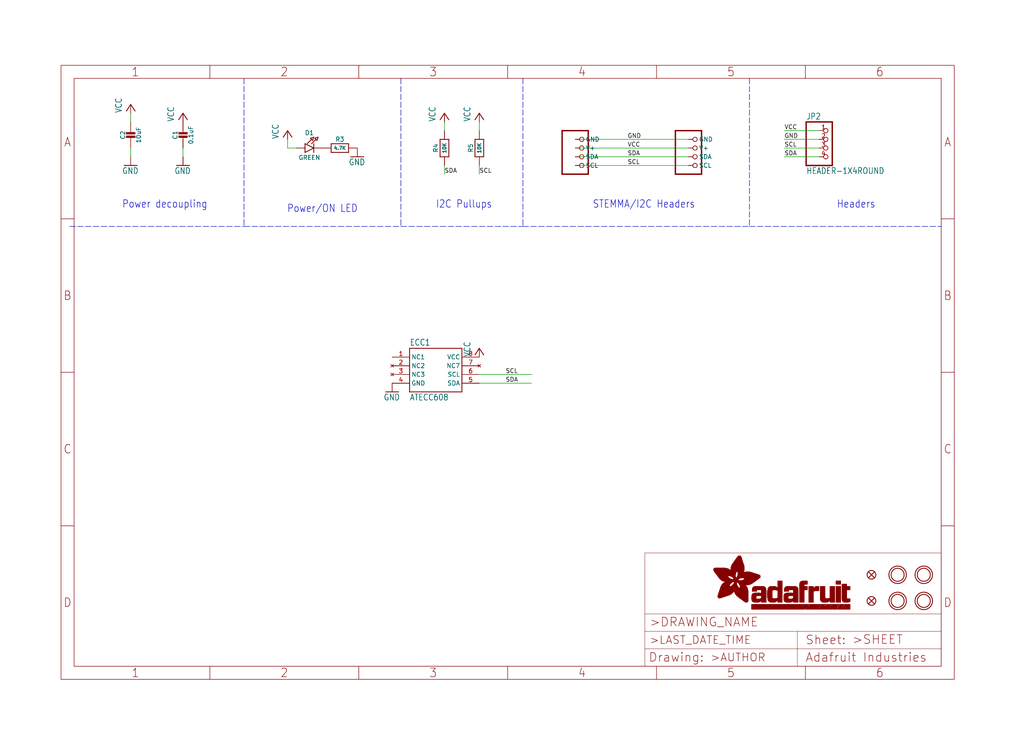
<source format=kicad_sch>
(kicad_sch (version 20211123) (generator eeschema)
  (paper "User" 298.45 217.881)
  (lib_symbols
    (symbol "eagleSchem-eagle-import:ATECC108"
      (property "Reference" "ECC" (at -7.62 5.842 0))
      (property "Value" "ATECC108" (at -7.62 -10.16 0))
      (symbol "ATECC108_1_0"
        (pin bidirectional line (at -12.7 2.54 0) (length 5.08) (name "NC1") (number "1"))
        (pin no_connect line (at -12.7 0 0) (length 5.08) (name "NC2") (number "2"))
        (pin no_connect line (at -12.7 -2.54 0) (length 5.08) (name "NC3") (number "3"))
        (pin power_in line (at -12.7 -5.08 0) (length 5.08) (name "GND") (number "4"))
        (pin bidirectional line (at 12.7 -5.08 180) (length 5.08) (name "SDA") (number "5"))
        (pin bidirectional line (at 12.7 -2.54 180) (length 5.08) (name "SCL") (number "6"))
        (pin no_connect line (at 12.7 0 180) (length 5.08) (name "NC7") (number "7"))
        (pin power_in line (at 12.7 2.54 180) (length 5.08) (name "VCC") (number "8"))
      )
    )
    (symbol "eagleSchem-eagle-import:CAP_CERAMIC0603_NO"
      (property "Reference" "C" (at -2.29 1.25 90))
      (property "Value" "CAP_CERAMIC0603_NO" (at 2.3 1.25 90))
      (symbol "CAP_CERAMIC0603_NO_1_0"
        (pin passive line (at 0 5.08 270) (length 2.54) (name "1") (number "1"))
        (pin passive line (at 0 -2.54 90) (length 2.54) (name "2") (number "2"))
      )
    )
    (symbol "eagleSchem-eagle-import:CAP_CERAMIC0805-NOOUTLINE"
      (property "Reference" "C" (at -2.29 1.25 90))
      (property "Value" "CAP_CERAMIC0805-NOOUTLINE" (at 2.3 1.25 90))
      (symbol "CAP_CERAMIC0805-NOOUTLINE_1_0"
        (pin passive line (at 0 5.08 270) (length 2.54) (name "1") (number "1"))
        (pin passive line (at 0 -2.54 90) (length 2.54) (name "2") (number "2"))
      )
    )
    (symbol "eagleSchem-eagle-import:FIDUCIAL_1MM")
    (symbol "eagleSchem-eagle-import:FRAME_A4_ADAFRUIT"
      (symbol "FRAME_A4_ADAFRUIT_0_0"
        (text "1" (at 21.6958 1.905 0) (effects (font (size 2.54 2.286))))
        (text "1" (at 21.6958 177.165 0) (effects (font (size 2.54 2.286))))
        (text "2" (at 65.0875 1.905 0) (effects (font (size 2.54 2.286))))
        (text "2" (at 65.0875 177.165 0) (effects (font (size 2.54 2.286))))
        (text "3" (at 108.4792 1.905 0) (effects (font (size 2.54 2.286))))
        (text "3" (at 108.4792 177.165 0) (effects (font (size 2.54 2.286))))
        (text "4" (at 151.8708 1.905 0) (effects (font (size 2.54 2.286))))
        (text "4" (at 151.8708 177.165 0) (effects (font (size 2.54 2.286))))
        (text "5" (at 195.2625 1.905 0) (effects (font (size 2.54 2.286))))
        (text "5" (at 195.2625 177.165 0) (effects (font (size 2.54 2.286))))
        (text "6" (at 238.6542 1.905 0) (effects (font (size 2.54 2.286))))
        (text "6" (at 238.6542 177.165 0) (effects (font (size 2.54 2.286))))
        (text "A" (at 1.905 156.6863 0) (effects (font (size 2.54 2.286))))
        (text "A" (at 258.445 156.6863 0) (effects (font (size 2.54 2.286))))
        (text "B" (at 1.905 111.9188 0) (effects (font (size 2.54 2.286))))
        (text "B" (at 258.445 111.9188 0) (effects (font (size 2.54 2.286))))
        (text "C" (at 1.905 67.1513 0) (effects (font (size 2.54 2.286))))
        (text "C" (at 258.445 67.1513 0) (effects (font (size 2.54 2.286))))
        (text "D" (at 1.905 22.3838 0) (effects (font (size 2.54 2.286))))
        (text "D" (at 258.445 22.3838 0) (effects (font (size 2.54 2.286))))
      )
      (symbol "FRAME_A4_ADAFRUIT_1_0"
        (text ">AUTHOR" (at 189.23 5.08 0) (effects (font (size 2.286 2.286)) (justify left bottom)))
        (text ">DRAWING_NAME" (at 171.45 15.24 0) (effects (font (size 2.54 2.54)) (justify left bottom)))
        (text ">LAST_DATE_TIME" (at 171.45 10.16 0) (effects (font (size 2.286 2.286)) (justify left bottom)))
        (text ">SHEET" (at 230.505 10.16 0) (effects (font (size 2.54 2.54)) (justify left bottom)))
        (text "Adafruit Industries" (at 216.916 4.953 0) (effects (font (size 2.54 2.54)) (justify left bottom)))
        (text "Drawing:" (at 171.196 4.953 0) (effects (font (size 2.54 2.54)) (justify left bottom)))
        (text "Sheet:" (at 216.916 10.033 0) (effects (font (size 2.54 2.54)) (justify left bottom)))
      )
    )
    (symbol "eagleSchem-eagle-import:GND" (power)
      (property "Value" "GND" (at -2.54 -2.54 0))
      (symbol "GND_1_0"
        (pin power_in line (at 0 2.54 270) (length 2.54) (name "GND") (number "1"))
      )
    )
    (symbol "eagleSchem-eagle-import:HEADER-1X4ROUND"
      (property "Reference" "JP" (at -6.35 8.255 0))
      (property "Value" "HEADER-1X4ROUND" (at -6.35 -7.62 0))
      (symbol "HEADER-1X4ROUND_1_0"
        (pin passive inverted (at -2.54 5.08 0) (length 2.54) (name "1") (number "1"))
        (pin passive inverted (at -2.54 2.54 0) (length 2.54) (name "2") (number "2"))
        (pin passive inverted (at -2.54 0 0) (length 2.54) (name "3") (number "3"))
        (pin passive inverted (at -2.54 -2.54 0) (length 2.54) (name "4") (number "4"))
      )
    )
    (symbol "eagleSchem-eagle-import:LED0603_NOOUTLINE"
      (property "Reference" "D" (at -1.27 4.445 0))
      (property "Value" "LED0603_NOOUTLINE" (at -1.27 -2.794 0))
      (symbol "LED0603_NOOUTLINE_1_0"
        (pin passive line (at -5.08 0 0) (length 2.54) (name "A") (number "A"))
        (pin passive line (at 2.54 0 180) (length 2.54) (name "C") (number "C"))
      )
    )
    (symbol "eagleSchem-eagle-import:MOUNTINGHOLE2.5")
    (symbol "eagleSchem-eagle-import:RESISTOR_0603_NOOUT"
      (property "Reference" "R" (at 0 2.54 0))
      (property "Value" "RESISTOR_0603_NOOUT" (at 0 0 0))
      (symbol "RESISTOR_0603_NOOUT_1_0"
        (pin passive line (at -5.08 0 0) (length 2.54) (name "1") (number "1"))
        (pin passive line (at 5.08 0 180) (length 2.54) (name "2") (number "2"))
      )
    )
    (symbol "eagleSchem-eagle-import:STEMMA_I2C_QT"
      (symbol "STEMMA_I2C_QT_1_0"
        (pin passive inverted (at 0 5.08 0) (length 2.54) (name "GND") (number "1"))
        (pin passive inverted (at 0 2.54 0) (length 2.54) (name "V+") (number "2"))
        (pin passive inverted (at 0 0 0) (length 2.54) (name "SDA") (number "3"))
        (pin passive inverted (at 0 -2.54 0) (length 2.54) (name "SCL") (number "4"))
      )
      (symbol "STEMMA_I2C_QT_2_0"
        (pin bidirectional line (at 0 0 0) (length 5.08) (name "MT") (number "MT1"))
      )
      (symbol "STEMMA_I2C_QT_3_0"
        (pin bidirectional line (at 0 0 0) (length 5.08) (name "MT") (number "MT2"))
      )
    )
    (symbol "eagleSchem-eagle-import:VCC" (power)
      (property "Value" "VCC" (at -2.54 -2.54 90))
      (symbol "VCC_1_0"
        (pin power_in line (at 0 -2.54 90) (length 2.54) (name "VCC") (number "1"))
      )
    )
  )
  (polyline (pts (xy 218.44 66.04) (xy 274.32 66.04)))
  (polyline (pts (xy 152.4 66.04) (xy 218.44 66.04)))
  (wire (pts (xy 200.66 40.64) (xy 167.64 40.64)))
  (wire (pts (xy 139.7 50.8) (xy 139.7 48.26)))
  (wire (pts (xy 238.76 40.64) (xy 228.6 40.64)))
  (polyline (pts (xy 218.44 22.86) (xy 218.44 66.04)))
  (wire (pts (xy 139.7 111.76) (xy 154.94 111.76)))
  (wire (pts (xy 238.76 38.1) (xy 228.6 38.1)))
  (polyline (pts (xy 116.84 22.86) (xy 116.84 66.04)))
  (wire (pts (xy 38.1 35.56) (xy 38.1 33.02)))
  (wire (pts (xy 129.54 50.8) (xy 129.54 48.26)))
  (wire (pts (xy 86.36 43.18) (xy 83.82 43.18)))
  (polyline (pts (xy 20.32 66.04) (xy 71.12 66.04)))
  (wire (pts (xy 238.76 43.18) (xy 228.6 43.18)))
  (polyline (pts (xy 71.12 22.86) (xy 71.12 66.04)))
  (polyline (pts (xy 71.12 66.04) (xy 116.84 66.04)))
  (wire (pts (xy 139.7 38.1) (xy 139.7 35.56)))
  (wire (pts (xy 167.64 43.18) (xy 200.66 43.18)))
  (wire (pts (xy 238.76 45.72) (xy 228.6 45.72)))
  (polyline (pts (xy 116.84 66.04) (xy 152.4 66.04)))
  (wire (pts (xy 38.1 43.18) (xy 38.1 45.72)))
  (wire (pts (xy 139.7 109.22) (xy 154.94 109.22)))
  (wire (pts (xy 129.54 38.1) (xy 129.54 35.56)))
  (wire (pts (xy 200.66 45.72) (xy 167.64 45.72)))
  (wire (pts (xy 167.64 48.26) (xy 200.66 48.26)))
  (wire (pts (xy 83.82 43.18) (xy 83.82 40.64)))
  (wire (pts (xy 53.34 43.18) (xy 53.34 45.72)))
  (polyline (pts (xy 152.4 22.86) (xy 152.4 66.04)))
  (text "STEMMA/I2C Headers" (at 172.72 60.96 180) (effects (font (size 2.1844 1.8567)) (justify left bottom)))
  (text "Power decoupling" (at 35.56 60.96 180) (effects (font (size 2.1844 1.8567)) (justify left bottom)))
  (text "Headers" (at 243.84 60.96 180) (effects (font (size 2.1844 1.8567)) (justify left bottom)))
  (text "Power/ON LED" (at 93.98 60.96 180) (effects (font (size 2.1844 1.8567))))
  (text "I2C Pullups" (at 127 60.96 180) (effects (font (size 2.1844 1.8567)) (justify left bottom)))
  (label "VCC" (at 228.6 38.1 0) (effects (font (size 1.2446 1.2446))))
  (label "SDA" (at 182.88 45.72 0) (effects (font (size 1.2446 1.2446))))
  (label "SCL" (at 228.6 43.18 0) (effects (font (size 1.2446 1.2446))))
  (label "GND" (at 228.6 40.64 0) (effects (font (size 1.2446 1.2446))))
  (label "GND" (at 182.88 40.64 0) (effects (font (size 1.2446 1.2446))))
  (label "SCL" (at 182.88 48.26 0) (effects (font (size 1.2446 1.2446))))
  (label "SCL" (at 139.7 50.8 0) (effects (font (size 1.2446 1.2446))))
  (label "SDA" (at 228.6 45.72 0) (effects (font (size 1.2446 1.2446))))
  (label "VCC" (at 182.88 43.18 0) (effects (font (size 1.2446 1.2446))))
  (label "SDA" (at 129.54 50.8 0) (effects (font (size 1.2446 1.2446))))
  (label "SCL" (at 147.32 109.22 0) (effects (font (size 1.2446 1.2446))))
  (label "SDA" (at 147.32 111.76 0) (effects (font (size 1.2446 1.2446))))
  (symbol (lib_id "eagleSchem-eagle-import:MOUNTINGHOLE2.5") (at 261.62 175.26 0) (unit 1)
    (property "Reference" "U$11" (effects hide))
    (property "Value" "MOUNTINGHOLE2.5" (effects hide))
    (property "Footprint" "eagleSchem:MOUNTINGHOLE_2.5_PLATED" (effects hide))
  )
  (symbol (lib_id "eagleSchem-eagle-import:GND") (at 114.3 114.3 0) (unit 1)
    (property "Reference" "#GND6" (effects hide))
    (property "Value" "GND" (at 111.76 116.84 0) (effects (font (size 1.778 1.5113)) (justify left bottom)))
    (property "Footprint" "eagleSchem:" (effects hide))
  )
  (symbol (lib_id "eagleSchem-eagle-import:RESISTOR_0603_NOOUT") (at 99.06 43.18 0) (unit 1)
    (property "Reference" "R3" (at 99.06 40.64 0))
    (property "Value" "4.7K" (at 99.06 43.18 0) (effects (font (size 1.016 1.016) bold)))
    (property "Footprint" "eagleSchem:0603-NO" (effects hide))
  )
  (symbol (lib_id "eagleSchem-eagle-import:VCC") (at 38.1 30.48 0) (unit 1)
    (property "Reference" "#P+4" (effects hide))
    (property "Value" "VCC" (at 35.56 33.02 90) (effects (font (size 1.778 1.5113)) (justify left bottom)))
    (property "Footprint" "eagleSchem:" (effects hide))
  )
  (symbol (lib_id "eagleSchem-eagle-import:RESISTOR_0603_NOOUT") (at 129.54 43.18 90) (unit 1)
    (property "Reference" "R4" (at 127 43.18 0))
    (property "Value" "10K" (at 129.54 43.18 0) (effects (font (size 1.016 1.016) bold)))
    (property "Footprint" "eagleSchem:0603-NO" (effects hide))
  )
  (symbol (lib_id "eagleSchem-eagle-import:HEADER-1X4ROUND") (at 241.3 43.18 0) (unit 1)
    (property "Reference" "JP2" (at 234.95 34.925 0) (effects (font (size 1.778 1.5113)) (justify left bottom)))
    (property "Value" "HEADER-1X4ROUND" (at 234.95 50.8 0) (effects (font (size 1.778 1.5113)) (justify left bottom)))
    (property "Footprint" "eagleSchem:1X04_ROUND" (effects hide))
  )
  (symbol (lib_id "eagleSchem-eagle-import:VCC") (at 83.82 38.1 0) (unit 1)
    (property "Reference" "#P+5" (effects hide))
    (property "Value" "VCC" (at 81.28 40.64 90) (effects (font (size 1.778 1.5113)) (justify left bottom)))
    (property "Footprint" "eagleSchem:" (effects hide))
  )
  (symbol (lib_id "eagleSchem-eagle-import:STEMMA_I2C_QT") (at 167.64 45.72 0) (unit 1)
    (property "Reference" "CONN3" (effects hide))
    (property "Value" "STEMMA_I2C_QT" (effects hide))
    (property "Footprint" "eagleSchem:JST_SH4" (effects hide))
  )
  (symbol (lib_id "eagleSchem-eagle-import:VCC") (at 139.7 33.02 0) (unit 1)
    (property "Reference" "#P+1" (effects hide))
    (property "Value" "VCC" (at 137.16 35.56 90) (effects (font (size 1.778 1.5113)) (justify left bottom)))
    (property "Footprint" "eagleSchem:" (effects hide))
  )
  (symbol (lib_id "eagleSchem-eagle-import:ATECC108") (at 127 106.68 0) (unit 1)
    (property "Reference" "ECC1" (at 119.38 100.838 0) (effects (font (size 1.778 1.5113)) (justify left bottom)))
    (property "Value" "ATECC608" (at 119.38 116.84 0) (effects (font (size 1.778 1.5113)) (justify left bottom)))
    (property "Footprint" "eagleSchem:SOIC8" (effects hide))
  )
  (symbol (lib_id "eagleSchem-eagle-import:MOUNTINGHOLE2.5") (at 269.24 167.64 0) (unit 1)
    (property "Reference" "U$14" (effects hide))
    (property "Value" "MOUNTINGHOLE2.5" (effects hide))
    (property "Footprint" "eagleSchem:MOUNTINGHOLE_2.5_PLATED" (effects hide))
  )
  (symbol (lib_id "eagleSchem-eagle-import:GND") (at 104.14 45.72 0) (unit 1)
    (property "Reference" "#GND9" (effects hide))
    (property "Value" "GND" (at 101.6 48.26 0) (effects (font (size 1.778 1.5113)) (justify left bottom)))
    (property "Footprint" "eagleSchem:" (effects hide))
  )
  (symbol (lib_id "eagleSchem-eagle-import:VCC") (at 129.54 33.02 0) (unit 1)
    (property "Reference" "#P+2" (effects hide))
    (property "Value" "VCC" (at 127 35.56 90) (effects (font (size 1.778 1.5113)) (justify left bottom)))
    (property "Footprint" "eagleSchem:" (effects hide))
  )
  (symbol (lib_id "eagleSchem-eagle-import:FRAME_A4_ADAFRUIT") (at 17.78 198.12 0) (unit 1)
    (property "Reference" "#U$13" (effects hide))
    (property "Value" "FRAME_A4_ADAFRUIT" (effects hide))
    (property "Footprint" "eagleSchem:" (effects hide))
  )
  (symbol (lib_id "eagleSchem-eagle-import:RESISTOR_0603_NOOUT") (at 139.7 43.18 90) (unit 1)
    (property "Reference" "R5" (at 137.16 43.18 0))
    (property "Value" "10K" (at 139.7 43.18 0) (effects (font (size 1.016 1.016) bold)))
    (property "Footprint" "eagleSchem:0603-NO" (effects hide))
  )
  (symbol (lib_id "eagleSchem-eagle-import:FIDUCIAL_1MM") (at 254 167.64 0) (unit 1)
    (property "Reference" "FID4" (effects hide))
    (property "Value" "FIDUCIAL_1MM" (effects hide))
    (property "Footprint" "eagleSchem:FIDUCIAL_1MM" (effects hide))
  )
  (symbol (lib_id "eagleSchem-eagle-import:STEMMA_I2C_QT") (at 200.66 45.72 0) (unit 1)
    (property "Reference" "CONN4" (effects hide))
    (property "Value" "STEMMA_I2C_QT" (effects hide))
    (property "Footprint" "eagleSchem:JST_SH4" (effects hide))
  )
  (symbol (lib_id "eagleSchem-eagle-import:MOUNTINGHOLE2.5") (at 261.62 167.64 0) (unit 1)
    (property "Reference" "U$12" (effects hide))
    (property "Value" "MOUNTINGHOLE2.5" (effects hide))
    (property "Footprint" "eagleSchem:MOUNTINGHOLE_2.5_PLATED" (effects hide))
  )
  (symbol (lib_id "eagleSchem-eagle-import:MOUNTINGHOLE2.5") (at 269.24 175.26 0) (unit 1)
    (property "Reference" "U$15" (effects hide))
    (property "Value" "MOUNTINGHOLE2.5" (effects hide))
    (property "Footprint" "eagleSchem:MOUNTINGHOLE_2.5_PLATED" (effects hide))
  )
  (symbol (lib_id "eagleSchem-eagle-import:VCC") (at 53.34 33.02 0) (unit 1)
    (property "Reference" "#P+3" (effects hide))
    (property "Value" "VCC" (at 50.8 35.56 90) (effects (font (size 1.778 1.5113)) (justify left bottom)))
    (property "Footprint" "eagleSchem:" (effects hide))
  )
  (symbol (lib_id "eagleSchem-eagle-import:FIDUCIAL_1MM") (at 254 175.26 0) (unit 1)
    (property "Reference" "FID3" (effects hide))
    (property "Value" "FIDUCIAL_1MM" (effects hide))
    (property "Footprint" "eagleSchem:FIDUCIAL_1MM" (effects hide))
  )
  (symbol (lib_id "eagleSchem-eagle-import:LED0603_NOOUTLINE") (at 91.44 43.18 0) (unit 1)
    (property "Reference" "D1" (at 90.17 38.735 0))
    (property "Value" "GREEN" (at 90.17 45.974 0))
    (property "Footprint" "eagleSchem:CHIPLED_0603_NOOUTLINE" (effects hide))
  )
  (symbol (lib_id "eagleSchem-eagle-import:VCC") (at 139.7 101.6 0) (unit 1)
    (property "Reference" "#P+6" (effects hide))
    (property "Value" "VCC" (at 137.16 104.14 90) (effects (font (size 1.778 1.5113)) (justify left bottom)))
    (property "Footprint" "eagleSchem:" (effects hide))
  )
  (symbol (lib_id "eagleSchem-eagle-import:CAP_CERAMIC0805-NOOUTLINE") (at 38.1 40.64 0) (unit 1)
    (property "Reference" "C2" (at 35.81 39.39 90))
    (property "Value" "10uF" (at 40.4 39.39 90))
    (property "Footprint" "eagleSchem:0805-NO" (effects hide))
  )
  (symbol (lib_id "eagleSchem-eagle-import:CAP_CERAMIC0603_NO") (at 53.34 40.64 0) (unit 1)
    (property "Reference" "C1" (at 51.05 39.39 90))
    (property "Value" "0.1uF" (at 55.64 39.39 90))
    (property "Footprint" "eagleSchem:0603-NO" (effects hide))
  )
  (symbol (lib_id "eagleSchem-eagle-import:GND") (at 38.1 48.26 0) (unit 1)
    (property "Reference" "#GND4" (effects hide))
    (property "Value" "GND" (at 35.56 50.8 0) (effects (font (size 1.778 1.5113)) (justify left bottom)))
    (property "Footprint" "eagleSchem:" (effects hide))
  )
  (symbol (lib_id "eagleSchem-eagle-import:GND") (at 53.34 48.26 0) (unit 1)
    (property "Reference" "#GND3" (effects hide))
    (property "Value" "GND" (at 50.8 50.8 0) (effects (font (size 1.778 1.5113)) (justify left bottom)))
    (property "Footprint" "eagleSchem:" (effects hide))
  )
)
</source>
